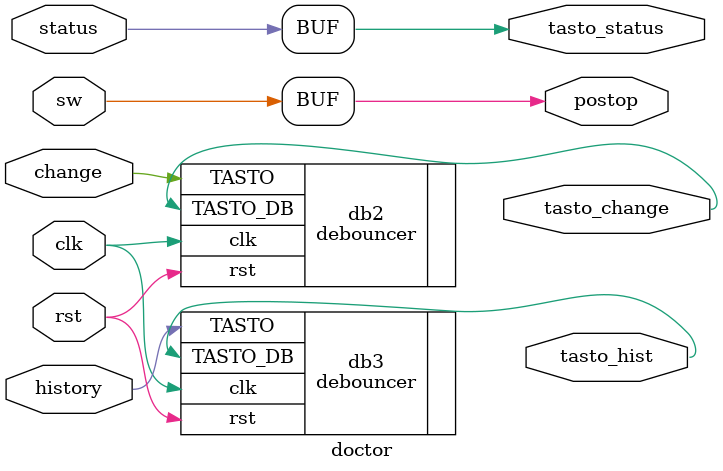
<source format=v>
`timescale 1ns / 1ps


module doctor#(parameter Nbit = 4, nMAX = 13)( // Nbit = 26, MAX = 50_000_000   --> Parametri utilizzati nel sistema completo
input wire clk, rst, sw, change, history, status,
output wire postop,
output wire tasto_change, tasto_hist, tasto_status
    );
    
    debouncer #(.Nbit(Nbit), .MAX(nMAX)) db2(.clk(clk), .rst(rst), .TASTO(change), .TASTO_DB(tasto_change));
    debouncer #(.Nbit(Nbit), .MAX(nMAX)) db3(.clk(clk), .rst(rst), .TASTO(history), .TASTO_DB(tasto_hist));
    //debouncer #(.Nbit(Nbit), .MAX(nMAX)) db4(.clk(clk), .rst(rst), .TASTO(status), .TASTO_DB(tasto_status));
    assign tasto_status = status;
    
    assign postop = sw;
    
    
    
 
endmodule

</source>
